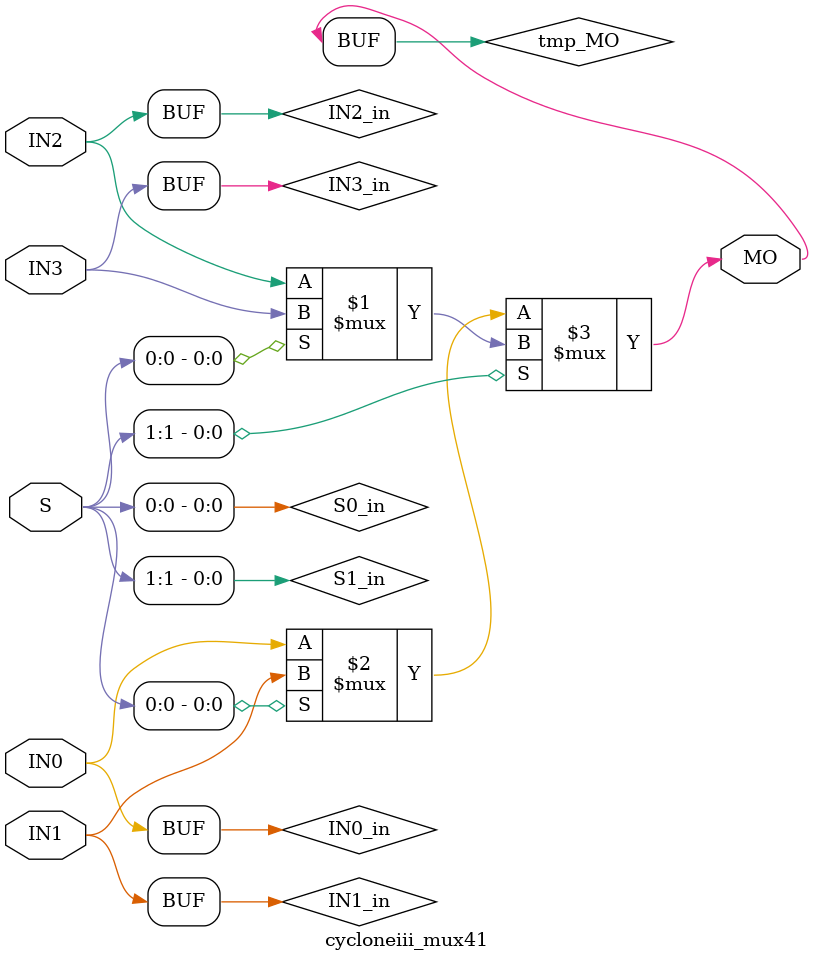
<source format=v>
module cycloneiii_mux41 (MO, IN0, IN1, IN2, IN3, S);
   input IN0;
   input IN1;
   input IN2;
   input IN3;
   input [1:0] S;
   output MO;
   wire IN0_in;
   wire IN1_in;
   wire IN2_in;
   wire IN3_in;
   wire S1_in;
   wire S0_in;
   buf(IN0_in, IN0);
   buf(IN1_in, IN1);
   buf(IN2_in, IN2);
   buf(IN3_in, IN3);
   buf(S1_in, S[1]);
   buf(S0_in, S[0]);
   wire   tmp_MO;
   specify
      (IN0 => MO) = (0, 0);
      (IN1 => MO) = (0, 0);
      (IN2 => MO) = (0, 0);
      (IN3 => MO) = (0, 0);
      (S[1] => MO) = (0, 0);
      (S[0] => MO) = (0, 0);
   endspecify
   assign tmp_MO = S1_in ? (S0_in ? IN3_in : IN2_in) : (S0_in ? IN1_in : IN0_in);
   buf (MO, tmp_MO);
endmodule
</source>
